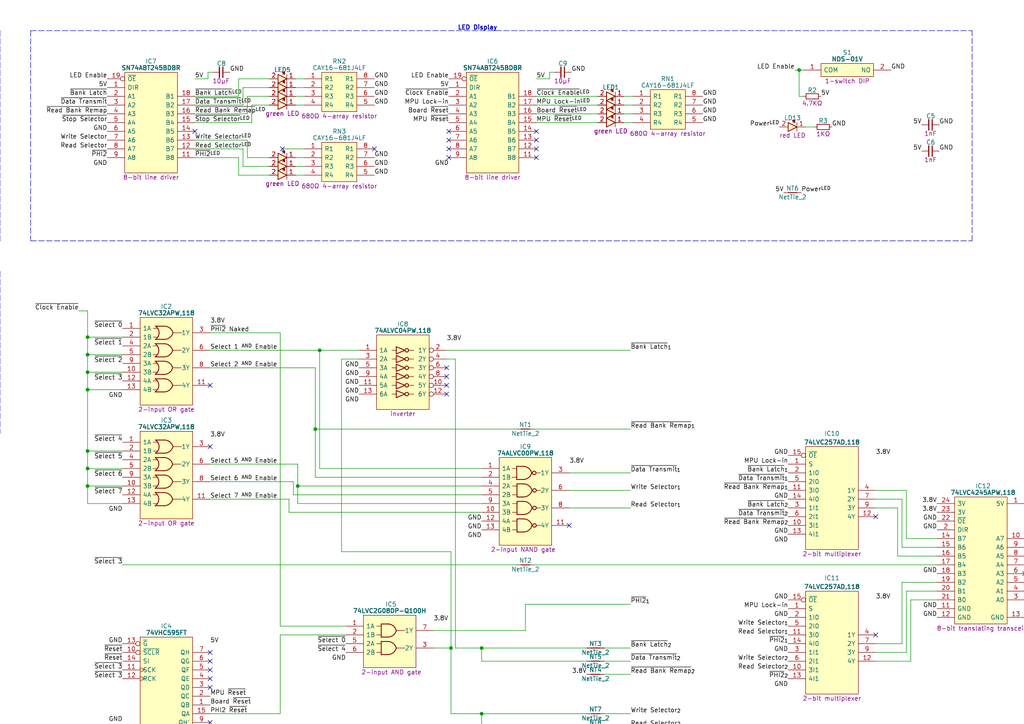
<source format=kicad_sch>
(kicad_sch (version 20211123) (generator eeschema)
  (paper "A4")
  (junction (at 25.4 102.87))
  (junction (at -53.34 111.76))
  (junction (at -66.04 34.29))
  (junction (at -17.78 36.83))
  (junction (at -12.7 111.76))
  (junction (at 91.44 124.46))
  (junction (at 139.7 187.96))
  (junction (at 139.7 210.82))
  (junction (at -17.78 49.53))
  (junction (at -66.04 44.45))
  (junction (at -66.04 66.04))
  (junction (at -53.34 87.63))
  (junction (at 25.4 130.81))
  (junction (at -17.78 41.91))
  (junction (at -66.04 41.91))
  (junction (at -66.04 39.37))
  (junction (at 25.4 135.89))
  (junction (at -66.04 49.53))
  (junction (at 139.7 207.01))
  (junction (at -17.78 34.29))
  (junction (at -17.78 29.21))
  (junction (at 231.775 20.32))
  (junction (at 130.81 187.96))
  (junction (at -66.04 29.21))
  (junction (at -17.78 39.37))
  (junction (at -17.78 46.99))
  (junction (at -66.04 31.75))
  (junction (at 25.4 97.79))
  (junction (at 92.71 101.6))
  (junction (at 25.4 140.97))
  (junction (at 25.4 107.95))
  (junction (at -66.04 46.99))
  (junction (at -17.78 44.45))
  (junction (at -66.04 26.67))
  (junction (at 86.36 140.97))
  (junction (at -66.04 36.83))
  (junction (at -66.04 63.5))
  (junction (at 25.4 113.03))
  (junction (at -17.78 31.75))
  (junction (at -12.7 87.63))
  (junction (at -66.04 52.07))
  (no_connect (at 60.96 209.55))
  (no_connect (at 60.96 189.23))
  (no_connect (at 60.96 194.31))
  (no_connect (at 60.96 191.77))
  (no_connect (at 60.96 196.85))
  (no_connect (at -72.39 17.78))
  (no_connect (at -11.43 17.78))
  (no_connect (at 297.18 166.37))
  (no_connect (at 330.2 171.45))
  (no_connect (at 309.88 171.45))
  (no_connect (at 254 184.15))
  (no_connect (at -17.78 63.5))
  (no_connect (at 108.585 43.18))
  (no_connect (at 81.915 43.18))
  (no_connect (at 56.515 38.1))
  (no_connect (at 155.575 45.72))
  (no_connect (at -17.78 17.78))
  (no_connect (at 155.575 43.18))
  (no_connect (at 60.96 111.76))
  (no_connect (at 165.1 152.4))
  (no_connect (at -66.04 17.78))
  (no_connect (at 254 149.86))
  (no_connect (at -66.04 54.61))
  (no_connect (at -72.39 54.61))
  (no_connect (at 60.96 129.54))
  (no_connect (at 155.575 40.64))
  (no_connect (at -11.43 63.5))
  (no_connect (at -11.43 52.07))
  (no_connect (at 130.175 38.1))
  (no_connect (at 130.175 40.64))
  (no_connect (at 130.175 43.18))
  (no_connect (at 130.175 45.72))
  (no_connect (at 155.575 38.1))
  (no_connect (at 60.96 199.39))
  (no_connect (at -25.4 116.84))
  (no_connect (at 129.54 106.68))
  (no_connect (at 129.54 109.22))
  (no_connect (at 129.54 111.76))
  (no_connect (at 129.54 114.3))
  (no_connect (at -17.78 52.07))
  (wire (pts (xy 139.7 187.96) (xy 170.18 187.96)))
  (wire (pts (xy -25.4 49.53) (xy -17.78 49.53)))
  (wire (pts (xy -17.78 44.45) (xy -25.4 44.45)))
  (wire (pts (xy 60.96 139.7) (xy 85.09 139.7)))
  (wire (pts (xy -58.42 41.91) (xy -66.04 41.91)))
  (wire (pts (xy -58.42 49.53) (xy -66.04 49.53)))
  (wire (pts (xy 297.18 171.45) (xy 306.07 171.45)))
  (wire (pts (xy 264.16 191.77) (xy 264.16 173.99)))
  (wire (pts (xy 155.575 27.94) (xy 173.355 27.94)))
  (wire (pts (xy 85.725 30.48) (xy 88.265 30.48)))
  (wire (pts (xy 60.96 96.52) (xy 81.28 96.52)))
  (wire (pts (xy 330.2 176.53) (xy 334.01 176.53)))
  (wire (pts (xy 91.44 124.46) (xy 91.44 138.43)))
  (wire (pts (xy 297.18 173.99) (xy 304.8 173.99)))
  (wire (pts (xy -66.04 46.99) (xy -72.39 46.99)))
  (wire (pts (xy -17.78 36.83) (xy -11.43 36.83)))
  (polyline (pts (xy 281.94 69.85) (xy 281.94 8.89)))
  (wire (pts (xy -27.94 87.63) (xy -12.7 87.63)))
  (polyline (pts (xy 0 78.74) (xy 0 125.73)))
  (wire (pts (xy 182.88 142.24) (xy 165.1 142.24)))
  (wire (pts (xy -66.04 49.53) (xy -72.39 49.53)))
  (wire (pts (xy 81.28 96.52) (xy 81.28 181.61)))
  (polyline (pts (xy 0 78.74) (xy -81.28 78.74)))
  (wire (pts (xy 69.215 27.94) (xy 56.515 27.94)))
  (wire (pts (xy 230.505 20.32) (xy 231.775 20.32)))
  (wire (pts (xy 182.88 137.16) (xy 165.1 137.16)))
  (wire (pts (xy 264.16 173.99) (xy 271.78 173.99)))
  (wire (pts (xy 85.725 48.26) (xy 88.265 48.26)))
  (wire (pts (xy 73.025 35.56) (xy 73.025 30.48)))
  (wire (pts (xy 71.755 33.02) (xy 56.515 33.02)))
  (wire (pts (xy -53.34 90.17) (xy -53.34 87.63)))
  (wire (pts (xy 69.215 22.86) (xy 69.215 27.94)))
  (wire (pts (xy 330.2 173.99) (xy 332.74 173.99)))
  (wire (pts (xy 86.36 140.97) (xy 139.7 140.97)))
  (wire (pts (xy -17.78 31.75) (xy -11.43 31.75)))
  (wire (pts (xy 335.28 173.99) (xy 339.09 173.99)))
  (wire (pts (xy -58.42 44.45) (xy -66.04 44.45)))
  (wire (pts (xy -66.04 66.04) (xy -47.625 66.04)))
  (polyline (pts (xy 8.89 8.89) (xy 281.94 8.89)))
  (wire (pts (xy 182.88 191.77) (xy 175.26 191.77)))
  (wire (pts (xy 69.215 50.8) (xy 78.105 50.8)))
  (wire (pts (xy 85.725 22.86) (xy 88.265 22.86)))
  (wire (pts (xy 297.18 168.91) (xy 307.34 168.91)))
  (polyline (pts (xy 0 8.89) (xy 0 69.85)))
  (wire (pts (xy 307.34 161.29) (xy 307.34 156.21)))
  (wire (pts (xy 182.88 195.58) (xy 175.26 195.58)))
  (wire (pts (xy 304.8 151.13) (xy 304.8 156.21)))
  (wire (pts (xy 260.35 161.29) (xy 271.78 161.29)))
  (wire (pts (xy 297.18 163.83) (xy 308.61 163.83)))
  (wire (pts (xy 60.96 101.6) (xy 92.71 101.6)))
  (wire (pts (xy 155.575 30.48) (xy 173.355 30.48)))
  (wire (pts (xy 170.18 210.82) (xy 139.7 210.82)))
  (wire (pts (xy -12.7 116.84) (xy -12.7 111.76)))
  (wire (pts (xy 25.4 135.89) (xy 35.56 135.89)))
  (wire (pts (xy 330.2 179.07) (xy 335.28 179.07)))
  (wire (pts (xy -66.04 44.45) (xy -72.39 44.45)))
  (wire (pts (xy 91.44 106.68) (xy 91.44 124.46)))
  (wire (pts (xy 70.485 43.18) (xy 70.485 48.26)))
  (wire (pts (xy 71.755 45.72) (xy 78.105 45.72)))
  (wire (pts (xy 331.47 163.83) (xy 339.09 163.83)))
  (wire (pts (xy 155.575 33.02) (xy 173.355 33.02)))
  (polyline (pts (xy -81.28 125.73) (xy -81.28 78.74)))
  (wire (pts (xy -12.7 87.63) (xy -12.7 92.71)))
  (wire (pts (xy -17.78 29.21) (xy -25.4 29.21)))
  (wire (pts (xy 330.2 156.21) (xy 332.74 156.21)))
  (wire (pts (xy 60.325 20.955) (xy 60.325 22.86)))
  (wire (pts (xy 306.07 153.67) (xy 309.88 153.67)))
  (wire (pts (xy 182.88 147.32) (xy 165.1 147.32)))
  (wire (pts (xy 332.74 168.91) (xy 339.09 168.91)))
  (wire (pts (xy 297.18 161.29) (xy 307.34 161.29)))
  (wire (pts (xy 85.09 143.51) (xy 139.7 143.51)))
  (wire (pts (xy 160.655 20.955) (xy 159.385 20.955)))
  (wire (pts (xy 78.105 25.4) (xy 70.485 25.4)))
  (wire (pts (xy -11.43 66.04) (xy -17.78 66.04)))
  (wire (pts (xy 132.08 187.96) (xy 139.7 187.96)))
  (wire (pts (xy 334.01 171.45) (xy 339.09 171.45)))
  (wire (pts (xy 152.4 175.26) (xy 182.88 175.26)))
  (wire (pts (xy 297.18 158.75) (xy 306.07 158.75)))
  (wire (pts (xy -68.58 87.63) (xy -53.34 87.63)))
  (polyline (pts (xy -81.28 8.89) (xy 0 8.89)))
  (wire (pts (xy 307.34 168.91) (xy 307.34 173.99)))
  (wire (pts (xy 81.28 184.15) (xy 100.33 184.15)))
  (wire (pts (xy 70.485 30.48) (xy 56.515 30.48)))
  (wire (pts (xy 130.81 160.02) (xy 130.81 187.96)))
  (wire (pts (xy -58.42 46.99) (xy -66.04 46.99)))
  (wire (pts (xy -66.04 31.75) (xy -72.39 31.75)))
  (wire (pts (xy -58.42 31.75) (xy -66.04 31.75)))
  (wire (pts (xy 25.4 113.03) (xy 25.4 130.81)))
  (wire (pts (xy 307.34 173.99) (xy 309.88 173.99)))
  (wire (pts (xy 25.4 102.87) (xy 25.4 107.95)))
  (wire (pts (xy 155.575 35.56) (xy 173.355 35.56)))
  (wire (pts (xy 83.82 148.59) (xy 139.7 148.59)))
  (wire (pts (xy 306.07 158.75) (xy 306.07 153.67)))
  (polyline (pts (xy 0 69.85) (xy -81.28 69.85)))
  (wire (pts (xy 130.81 187.96) (xy 125.73 187.96)))
  (wire (pts (xy -68.58 111.76) (xy -68.58 116.84)))
  (wire (pts (xy -72.39 66.04) (xy -66.04 66.04)))
  (wire (pts (xy -12.7 87.63) (xy -7.62 87.63)))
  (wire (pts (xy 170.18 191.77) (xy 139.7 191.77)))
  (wire (pts (xy 332.74 156.21) (xy 332.74 161.29)))
  (wire (pts (xy 261.62 168.91) (xy 271.78 168.91)))
  (wire (pts (xy 129.54 101.6) (xy 182.88 101.6)))
  (wire (pts (xy 306.07 171.45) (xy 306.07 176.53)))
  (wire (pts (xy 86.36 134.62) (xy 86.36 140.97)))
  (wire (pts (xy 85.725 50.8) (xy 88.265 50.8)))
  (wire (pts (xy 170.18 214.63) (xy 139.7 214.63)))
  (wire (pts (xy -58.42 52.07) (xy -66.04 52.07)))
  (wire (pts (xy -66.04 52.07) (xy -72.39 52.07)))
  (wire (pts (xy 81.915 43.18) (xy 88.265 43.18)))
  (wire (pts (xy 175.26 207.01) (xy 182.88 207.01)))
  (wire (pts (xy 233.045 27.94) (xy 231.775 27.94)))
  (wire (pts (xy 86.36 146.05) (xy 139.7 146.05)))
  (wire (pts (xy 335.28 151.13) (xy 335.28 156.21)))
  (wire (pts (xy 261.62 186.69) (xy 261.62 168.91)))
  (wire (pts (xy -72.39 15.24) (xy -66.04 15.24)))
  (wire (pts (xy 99.06 160.02) (xy 130.81 160.02)))
  (wire (pts (xy 304.8 179.07) (xy 304.8 173.99)))
  (wire (pts (xy 73.025 30.48) (xy 78.105 30.48)))
  (wire (pts (xy 261.62 158.75) (xy 271.78 158.75)))
  (wire (pts (xy -58.42 39.37) (xy -66.04 39.37)))
  (wire (pts (xy -17.78 34.29) (xy -25.4 34.29)))
  (wire (pts (xy 85.725 45.72) (xy 88.265 45.72)))
  (wire (pts (xy -66.04 39.37) (xy -72.39 39.37)))
  (wire (pts (xy -17.78 49.53) (xy -11.43 49.53)))
  (wire (pts (xy -72.39 63.5) (xy -66.04 63.5)))
  (wire (pts (xy -66.04 26.67) (xy -72.39 26.67)))
  (wire (pts (xy 262.89 156.21) (xy 271.78 156.21)))
  (wire (pts (xy 92.71 101.6) (xy 104.14 101.6)))
  (wire (pts (xy 25.4 130.81) (xy 35.56 130.81)))
  (wire (pts (xy 139.7 210.82) (xy 139.7 207.01)))
  (wire (pts (xy 25.4 140.97) (xy 25.4 146.05)))
  (wire (pts (xy -12.7 111.76) (xy -7.62 111.76)))
  (wire (pts (xy 331.47 158.75) (xy 331.47 163.83)))
  (wire (pts (xy -17.78 31.75) (xy -25.4 31.75)))
  (wire (pts (xy 60.96 207.01) (xy 81.28 207.01)))
  (wire (pts (xy 25.4 113.03) (xy 35.56 113.03)))
  (wire (pts (xy 35.56 163.83) (xy 149.86 163.83)))
  (wire (pts (xy 129.54 104.14) (xy 132.08 104.14)))
  (wire (pts (xy 175.26 187.96) (xy 182.88 187.96)))
  (wire (pts (xy 335.28 156.21) (xy 339.09 156.21)))
  (wire (pts (xy 25.4 107.95) (xy 25.4 113.03)))
  (wire (pts (xy 152.4 182.88) (xy 152.4 175.26)))
  (polyline (pts (xy -81.28 8.89) (xy -81.28 69.85)))
  (wire (pts (xy 85.09 139.7) (xy 85.09 143.51)))
  (wire (pts (xy -17.78 41.91) (xy -25.4 41.91)))
  (wire (pts (xy 307.34 156.21) (xy 309.88 156.21)))
  (wire (pts (xy 139.7 191.77) (xy 139.7 187.96)))
  (wire (pts (xy -17.78 44.45) (xy -11.43 44.45)))
  (wire (pts (xy 81.28 181.61) (xy 100.33 181.61)))
  (wire (pts (xy 254 142.24) (xy 262.89 142.24)))
  (wire (pts (xy -17.78 41.91) (xy -11.43 41.91)))
  (wire (pts (xy -58.42 29.21) (xy -66.04 29.21)))
  (wire (pts (xy -17.78 29.21) (xy -11.43 29.21)))
  (wire (pts (xy 104.14 104.14) (xy 99.06 104.14)))
  (wire (pts (xy 61.595 20.955) (xy 60.325 20.955)))
  (wire (pts (xy 70.485 48.26) (xy 78.105 48.26)))
  (wire (pts (xy 125.73 182.88) (xy 152.4 182.88)))
  (wire (pts (xy 308.61 158.75) (xy 309.88 158.75)))
  (wire (pts (xy -58.42 36.83) (xy -66.04 36.83)))
  (wire (pts (xy 78.105 22.86) (xy 69.215 22.86)))
  (wire (pts (xy 261.62 144.78) (xy 261.62 158.75)))
  (wire (pts (xy -25.4 111.76) (xy -12.7 111.76)))
  (wire (pts (xy -17.78 39.37) (xy -11.43 39.37)))
  (wire (pts (xy 25.4 102.87) (xy 35.56 102.87)))
  (wire (pts (xy 25.4 146.05) (xy 35.56 146.05)))
  (wire (pts (xy 330.2 153.67) (xy 334.01 153.67)))
  (wire (pts (xy -58.42 26.67) (xy -66.04 26.67)))
  (wire (pts (xy 85.725 25.4) (xy 88.265 25.4)))
  (wire (pts (xy 334.01 153.67) (xy 334.01 158.75)))
  (wire (pts (xy 180.975 33.02) (xy 183.515 33.02)))
  (wire (pts (xy 254 144.78) (xy 261.62 144.78)))
  (wire (pts (xy -17.78 34.29) (xy -11.43 34.29)))
  (wire (pts (xy 332.74 173.99) (xy 332.74 168.91)))
  (wire (pts (xy -66.04 41.91) (xy -72.39 41.91)))
  (wire (pts (xy 262.89 171.45) (xy 271.78 171.45)))
  (polyline (pts (xy 8.89 69.85) (xy 281.94 69.85)))
  (wire (pts (xy 25.4 90.17) (xy 25.4 97.79)))
  (wire (pts (xy -54.61 63.5) (xy -66.04 63.5)))
  (wire (pts (xy 306.07 176.53) (xy 309.88 176.53)))
  (wire (pts (xy -17.78 39.37) (xy -25.4 39.37)))
  (wire (pts (xy 56.515 40.64) (xy 71.755 40.64)))
  (wire (pts (xy -17.78 46.99) (xy -11.43 46.99)))
  (wire (pts (xy -66.04 29.21) (xy -72.39 29.21)))
  (wire (pts (xy 25.4 107.95) (xy 35.56 107.95)))
  (wire (pts (xy 132.08 104.14) (xy 132.08 187.96)))
  (wire (pts (xy 70.485 25.4) (xy 70.485 30.48)))
  (wire (pts (xy 332.74 161.29) (xy 339.09 161.29)))
  (wire (pts (xy 25.4 135.89) (xy 25.4 140.97)))
  (wire (pts (xy 78.105 27.94) (xy 71.755 27.94)))
  (wire (pts (xy 25.4 97.79) (xy 25.4 102.87)))
  (wire (pts (xy 139.7 135.89) (xy 92.71 135.89)))
  (wire (pts (xy 335.28 179.07) (xy 335.28 173.99)))
  (wire (pts (xy 330.2 158.75) (xy 331.47 158.75)))
  (wire (pts (xy 60.96 134.62) (xy 86.36 134.62)))
  (wire (pts (xy 231.775 20.32) (xy 233.045 20.32)))
  (wire (pts (xy 60.96 144.78) (xy 83.82 144.78)))
  (wire (pts (xy 231.775 27.94) (xy 231.775 20.32)))
  (wire (pts (xy 260.35 147.32) (xy 260.35 161.29)))
  (wire (pts (xy 154.94 124.46) (xy 182.88 124.46)))
  (wire (pts (xy 91.44 138.43) (xy 139.7 138.43)))
  (wire (pts (xy -17.78 36.83) (xy -25.4 36.83)))
  (wire (pts (xy 180.975 30.48) (xy 183.515 30.48)))
  (wire (pts (xy -58.42 34.29) (xy -66.04 34.29)))
  (wire (pts (xy 180.975 27.94) (xy 183.515 27.94)))
  (wire (pts (xy -66.04 36.83) (xy -72.39 36.83)))
  (wire (pts (xy 71.755 40.64) (xy 71.755 45.72)))
  (wire (pts (xy 85.725 27.94) (xy 88.265 27.94)))
  (wire (pts (xy 60.96 106.68) (xy 91.44 106.68)))
  (wire (pts (xy 254 191.77) (xy 264.16 191.77)))
  (wire (pts (xy 92.71 135.89) (xy 92.71 101.6)))
  (wire (pts (xy 309.88 179.07) (xy 304.8 179.07)))
  (wire (pts (xy 180.975 35.56) (xy 183.515 35.56)))
  (wire (pts (xy 99.06 104.14) (xy 99.06 160.02)))
  (wire (pts (xy 22.86 90.17) (xy 25.4 90.17)))
  (wire (pts (xy 330.2 151.13) (xy 335.28 151.13)))
  (wire (pts (xy 297.18 156.21) (xy 304.8 156.21)))
  (wire (pts (xy 71.755 27.94) (xy 71.755 33.02)))
  (wire (pts (xy 130.81 207.01) (xy 139.7 207.01)))
  (wire (pts (xy -17.78 46.99) (xy -25.4 46.99)))
  (wire (pts (xy 155.575 22.86) (xy 159.385 22.86)))
  (wire (pts (xy 56.515 45.72) (xy 69.215 45.72)))
  (wire (pts (xy 254 186.69) (xy 261.62 186.69)))
  (wire (pts (xy 233.68 36.83) (xy 236.22 36.83)))
  (wire (pts (xy 182.88 210.82) (xy 175.26 210.82)))
  (wire (pts (xy -68.58 111.76) (xy -53.34 111.76)))
  (wire (pts (xy 262.89 189.23) (xy 262.89 171.45)))
  (wire (pts (xy 182.88 214.63) (xy 175.26 214.63)))
  (wire (pts (xy 262.89 142.24) (xy 262.89 156.21)))
  (wire (pts (xy 25.4 140.97) (xy 35.56 140.97)))
  (wire (pts (xy 334.01 158.75) (xy 339.09 158.75)))
  (wire (pts (xy 154.94 163.83) (xy 271.78 163.83)))
  (wire (pts (xy -68.58 87.63) (xy -68.58 92.71)))
  (wire (pts (xy 254 189.23) (xy 262.89 189.23)))
  (wire (pts (xy 139.7 210.82) (xy 139.7 214.63)))
  (wire (pts (xy 139.7 207.01) (xy 170.18 207.01)))
  (wire (pts (xy 83.82 144.78) (xy 83.82 148.59)))
  (wire (pts (xy 91.44 124.46) (xy 149.86 124.46)))
  (wire (pts (xy 254 147.32) (xy 260.35 147.32)))
  (wire (pts (xy 56.515 35.56) (xy 73.025 35.56)))
  (wire (pts (xy 56.515 22.86) (xy 60.325 22.86)))
  (wire (pts (xy 25.4 130.81) (xy 25.4 135.89)))
  (wire (pts (xy 81.28 184.15) (xy 81.28 207.01)))
  (wire (pts (xy 69.215 45.72) (xy 69.215 50.8)))
  (wire (pts (xy 86.36 140.97) (xy 86.36 146.05)))
  (wire (pts (xy 25.4 97.79) (xy 35.56 97.79)))
  (wire (pts (xy 130.81 187.96) (xy 130.81 207.01)))
  (wire (pts (xy -11.43 15.24) (xy -17.78 15.24)))
  (wire (pts (xy 159.385 20.955) (xy 159.385 22.86)))
  (wire (pts (xy -66.04 34.29) (xy -72.39 34.29)))
  (wire (pts (xy -53.34 111.76) (xy -53.34 114.3)))
  (polyline (pts (xy 8.89 8.89) (xy 8.89 69.85)))
  (wire (pts (xy 308.61 163.83) (xy 308.61 158.75)))
  (wire (pts (xy 309.88 151.13) (xy 304.8 151.13)))
  (polyline (pts (xy 0 125.73) (xy -81.28 125.73)))
  (wire (pts (xy 56.515 43.18) (xy 70.485 43.18)))
  (wire (pts (xy 334.01 176.53) (xy 334.01 171.45)))
  (text "LED Display" (at 132.715 8.89 0) (effects (font (size 1.27 1.27) (thickness 0.254) bold) (justify left bottom)))
  (text "Power" (at -48.26 78.74 0) (effects (font (size 1.27 1.27) (thickness 0.254) bold) (justify left bottom)))
  (text "Connectors" (at -48.26 8.89 0) (effects (font (size 1.27 1.27) (thickness 0.254) bold) (justify left bottom)))
  (label "GND" (at -53.34 92.71 180))
  (label "~{Bank Latch}_{2}" (at 228.6 147.32 180))
  (label "3.8V" (at 364.49 167.64 180))
  (label "GND" (at 369.57 182.88 0))
  (label "~{PHI2}" (at 339.09 173.99 0))
  (label "GND" (at 108.585 50.8 0))
  (label "MPU Lock-in^{LED}" (at 155.575 30.48 0))
  (label "3.8V" (at 364.49 189.865 180))
  (label "~{Clock Enable}^{LED}" (at 155.575 27.94 0))
  (label "~{Data Transmit}_{2}" (at 182.88 191.77 0))
  (label "~{Select 5}" (at 35.56 133.35 180))
  (label "Select 2 ^{AND} Enable" (at 60.96 106.68 0))
  (label "GND" (at 228.6 157.48 180))
  (label "GND" (at 369.57 175.26 0))
  (label "MPU ~{Reset}" (at 130.175 35.56 180))
  (label "Power^{LED}" (at 232.41 55.88 0))
  (label "GND" (at -17.78 15.24 180))
  (label "~{Select 0}" (at 100.33 186.69 180))
  (label "~{Read Bank Remap}^{LED}" (at 56.515 33.02 0))
  (label "~{Bank Latch}" (at 31.115 27.94 180))
  (label "~{Data Transmit}" (at -25.4 31.75 180))
  (label "Write Selector" (at 31.115 40.64 180))
  (label "~{Stop Selector}^{LED}" (at 56.515 35.56 0))
  (label "~{Select 3}" (at 35.56 110.49 180))
  (label "3.8V" (at 254 132.08 0))
  (label "3.8V" (at 60.96 93.98 0))
  (label "GND" (at -17.78 66.04 180))
  (label "GND" (at 66.675 20.955 0))
  (label "~{Select 3}" (at 35.56 163.83 180))
  (label "Write Selector" (at -25.4 41.91 180))
  (label "~{Data Transmit}" (at 339.09 158.75 0))
  (label "5V" (at 56.515 22.86 0))
  (label "GND" (at 271.78 153.67 180))
  (label "GND" (at 271.78 179.07 180))
  (label "~{Clock Enable}" (at 22.86 90.17 180))
  (label "GND" (at 228.6 132.08 180))
  (label "~{Bank Latch}" (at 339.09 156.21 0))
  (label "GND" (at 139.7 156.21 180))
  (label "GND" (at 369.57 137.16 0))
  (label "GND" (at 203.835 27.94 0))
  (label "~{Data Transmit}^{LED}" (at 56.515 30.48 0))
  (label "5V" (at -7.62 87.63 0))
  (label "GND" (at 369.57 167.64 0))
  (label "GND" (at 104.14 114.3 180))
  (label "GND" (at 108.585 22.86 0))
  (label "5V" (at 155.575 22.86 0))
  (label "~{Bank Latch}" (at -25.4 29.21 180))
  (label "GND" (at 369.57 129.54 0))
  (label "Source 5V" (at -68.58 111.76 180))
  (label "~{Select 5}" (at -58.42 39.37 0))
  (label "3.8V" (at 364.49 182.88 180))
  (label "3.8V" (at 254 173.99 0))
  (label "GND" (at 35.56 115.57 180))
  (label "Source 5V" (at -66.04 63.5 0))
  (label "3.8V" (at 170.18 195.58 180))
  (label "Read Selector" (at 339.09 171.45 0))
  (label "GND" (at 139.7 151.13 180))
  (label "Read Selector" (at 31.115 43.18 180))
  (label "~{Data Transmit}_{1}" (at 228.6 139.7 180))
  (label "~{Read Bank Remap}_{1}" (at 228.6 142.24 180))
  (label "Select 5 ^{AND} Enable" (at 60.96 134.62 0))
  (label "Board ~{Reset}" (at 130.175 33.02 180))
  (label "Read Selector_{2}" (at 228.6 194.31 180))
  (label "GND" (at 272.415 43.815 0))
  (label "Write Selector_{1}" (at 182.88 142.24 0))
  (label "~{Clock Enable}" (at 130.175 27.94 180))
  (label "GND" (at 228.6 173.99 180))
  (label "~{Select 2}" (at -58.42 31.75 0))
  (label "~{Stop Selector}" (at 339.09 163.83 0))
  (label "GND" (at 369.57 160.02 0))
  (label "GND" (at 228.6 179.07 180))
  (label "5V" (at 130.175 25.4 180))
  (label "GND" (at 104.14 109.22 180))
  (label "~{Stop Selector}" (at -25.4 36.83 180))
  (label "~{Select 3}" (at 35.56 196.85 180))
  (label "3.8V" (at -7.62 111.76 0))
  (label "5V" (at 297.18 146.05 0))
  (label "~{Data Transmit}_{1}" (at 182.88 137.16 0))
  (label "GND" (at 203.835 33.02 0))
  (label "Select 6 ^{AND} Enable" (at 60.96 139.7 0))
  (label "Board ~{Reset}^{LED}" (at 155.575 33.02 0))
  (label "GND" (at 203.835 35.56 0))
  (label "PHI2 ~{Reset}" (at 60.96 207.01 0))
  (label "GND" (at 104.14 111.76 180))
  (label "GND" (at 104.14 106.68 180))
  (label "3.8V" (at 125.73 180.34 0))
  (label "~{Clock Enable}" (at -58.42 49.53 0))
  (label "~{Reset}" (at 35.56 191.77 180))
  (label "~{Bank Latch}_{1}" (at 182.88 101.6 0))
  (label "LED Enable" (at 31.115 22.86 180))
  (label "~{PHI2}_{2}" (at 228.6 196.85 180))
  (label "Write Selector" (at 339.09 168.91 0))
  (label "~{Read Bank Remap}_{2}" (at 228.6 152.4 180))
  (label "~{PHI2}_{1}" (at 228.6 186.69 180))
  (label "GND" (at -66.04 15.24 0))
  (label "GND" (at 35.56 209.55 180))
  (label "~{Reset}" (at 35.56 189.23 180))
  (label "GND" (at 272.415 36.195 0))
  (label "~{Select 6}" (at 35.56 138.43 180))
  (label "5V" (at 267.335 43.815 180))
  (label "~{Bank Latch}_{1}" (at 228.6 137.16 180))
  (label "GND" (at 203.835 30.48 0))
  (label "~{Read Bank Remap}" (at -25.4 34.29 180))
  (label "GND" (at -63.5 116.84 0))
  (label "~{PHI2}_{1}" (at 182.88 175.26 0))
  (label "GND" (at 108.585 48.26 0))
  (label "GND" (at -53.34 116.84 180))
  (label "GND" (at -65.405 66.04 0))
  (label "GND" (at 228.6 199.39 180))
  (label "Read Selector_{1}" (at 182.88 147.32 0))
  (label "MPU ~{Reset}" (at -25.4 39.37 180))
  (label "~{Select 6}" (at -58.42 41.91 0))
  (label "3.8V" (at 364.49 137.16 180))
  (label "GND" (at 104.14 116.84 180))
  (label "Select 1 ^{AND} Enable" (at 60.96 101.6 0))
  (label "3.8V" (at 364.49 144.78 180))
  (label "GND" (at 35.56 148.59 180))
  (label "~{Reset}" (at -58.42 52.07 0))
  (label "~{Read Bank Remap}" (at 339.09 161.29 0))
  (label "~{Select 4}" (at 100.33 189.23 180))
  (label "GND" (at 228.6 189.23 180))
  (label "GND" (at 271.78 166.37 180))
  (label "GND" (at 369.57 144.78 0))
  (label "5V" (at 364.49 129.54 180))
  (label "GND" (at -7.62 116.84 0))
  (label "5V" (at 364.49 121.92 180))
  (label "~{Read Bank Remap}_{1}" (at 182.88 124.46 0))
  (label "~{Select 3}" (at -58.42 34.29 0))
  (label "GND" (at 369.57 152.4 0))
  (label "~{PHI2}_{2}" (at 182.88 214.63 0))
  (label "~{Data Transmit}_{2}" (at 228.6 149.86 180))
  (label "GND" (at 369.57 189.865 0))
  (label "GND" (at 35.56 186.69 180))
  (label "~{Select 0}" (at -58.42 26.67 0))
  (label "~{Select 7}" (at 35.56 143.51 180))
  (label "GND" (at 241.3 36.83 0))
  (label "~{Select 1}" (at -58.42 29.21 0))
  (label "Write Selector_{2}" (at 182.88 207.01 0))
  (label "3.8V" (at 60.96 127 0))
  (label "~{PHI2} Naked" (at 60.96 96.52 0))
  (label "Source 5V" (at -68.58 87.63 180))
  (label "~{Bank Latch}_{2}" (at 182.88 187.96 0))
  (label "GND" (at 258.445 20.32 0))
  (label "~{Bank Latch}^{LED}" (at 56.515 27.94 0))
  (label "GND" (at 139.7 153.67 180))
  (label "GND" (at 100.33 191.77 180))
  (label "GND" (at 108.585 30.48 0))
  (label "GND" (at 271.78 176.53 180))
  (label "GND" (at 297.18 179.07 0))
  (label "3.8V" (at 364.49 152.4 180))
  (label "5V" (at 238.125 27.94 0))
  (label "~{Stop Selector}" (at 31.115 35.56 180))
  (label "GND" (at 108.585 25.4 0))
  (label "MPU Lock-in" (at 228.6 134.62 180))
  (label "GND" (at -63.5 92.71 0))
  (label "MPU Lock-in" (at -58.42 46.99 0))
  (label "~{PHI2}" (at 31.115 45.72 180))
  (label "~{PHI2}" (at -25.4 46.99 180))
  (label "Select 7 ^{AND} Enable" (at 60.96 144.78 0))
  (label "MPU ~{Reset}^{LED}" (at 155.575 35.56 0))
  (label "Read Selector_{1}" (at 228.6 184.15 180))
  (label "Write Selector_{1}" (at 228.6 181.61 180))
  (label "Write Selector_{2}" (at 228.6 191.77 180))
  (label "GND" (at 31.115 48.26 180))
  (label "GND" (at 228.6 144.78 180))
  (label "5V" (at 31.115 25.4 180))
  (label "MPU ~{Reset}" (at 60.96 201.93 0))
  (label "GND" (at 271.78 151.13 180))
  (label "3.8V" (at 129.54 99.06 0))
  (label "5V" (at 60.96 186.69 0))
  (label "Read Selector_{2}" (at 182.88 210.82 0))
  (label "3.8V" (at 364.49 160.02 180))
  (label "MPU Lock-in" (at 130.175 30.48 180))
  (label "~{Select 3}" (at 35.56 194.31 180))
  (label "~{Select 7}" (at -58.42 44.45 0))
  (label "Write Selector^{LED}" (at 56.515 40.64 0))
  (label "~{Read Bank Remap}_{2}" (at 182.88 195.58 0))
  (label "LED Enable" (at 130.175 22.86 180))
  (label "GND" (at -7.62 92.71 0))
  (label "GND" (at 130.175 48.26 180))
  (label "~{Select 1}" (at 35.56 100.33 180))
  (label "GND" (at 165.735 20.955 0))
  (label "Read Selector^{LED}" (at 56.515 43.18 0))
  (label "~{Read Bank Remap}" (at 31.115 33.02 180))
  (label "GND" (at 369.57 121.92 0))
  (label "~{Select 4}" (at -58.42 36.83 0))
  (label "~{Select 4}" (at 35.56 128.27 180))
  (label "5V" (at 267.335 36.195 180))
  (label "GND" (at 108.585 45.72 0))
  (label "Board ~{Reset}" (at -25.4 49.53 180))
  (label "~{Data Transmit}" (at 31.115 30.48 180))
  (label "~{Select 2}" (at 35.56 105.41 180))
  (label "Board ~{Reset}" (at 60.96 204.47 0))
  (label "Power^{LED}" (at 226.06 36.83 180))
  (label "GND" (at 228.6 154.94 180))
  (label "LED Enable" (at 230.505 20.32 180))
  (label "5V" (at 227.33 55.88 180))
  (label "MPU Lock-in" (at 228.6 176.53 180))
  (label "GND" (at 108.585 27.94 0))
  (label "3.8V" (at 271.78 146.05 180))
  (label "GND" (at 31.115 38.1 180))
  (label "~{PHI2}^{LED}" (at 56.515 45.72 0))
  (label "3.8V" (at 165.1 134.62 0))
  (label "3.8V" (at 271.78 148.59 180))
  (label "~{Select 0}" (at 35.56 95.25 180))
  (label "Read Selector" (at -25.4 44.45 180))
  (label "3.8V" (at 364.49 175.26 180))
  (symbol (lib_id "Device:NetTie_2") (at 229.87 55.88 0) (unit 1)
    (property "Reference" "NT6" (at 229.87 54.61 0))
    (property "Value" "NetTie_2" (at 229.87 57.15 0))
    (property "Footprint" "NetTie:NetTie-2_SMD_Pad0.5mm" (effects hide))
  )
  (symbol (lib_id "Wurth_Elektronik:150224VS73100A") (at 81.915 45.72 0) (mirror y) (unit 1)
    (property "Reference" "LD10" (effects hide))
    (property "Value" "150224VS73100A" (effects hide))
    (property "Footprint" "150224VS73100A" (effects hide))
    (property "Datasheet" "https://www.we-online.com/katalog/datasheet/150224VS73100A.pdf" (effects hide))
    (property "Description" "green LED" (effects hide))
    (property "Height" "1.41" (effects hide))
    (property "Manufacturer_Name" "Wurth Elektronik" (effects hide))
    (property "Manufacturer_Part_Number" "150224VS73100A" (effects hide))
    (property "Mouser Part Number" "710-150224VS73100A" (effects hide))
    (property "Mouser Price/Stock" "https://www.mouser.co.uk/ProductDetail/Wurth-Elektronik/150224VS73100A?qs=8Aam6%252B7C6HG2%2FfdOsQ%2FdNg%3D%3D" (effects hide))
    (property "Silkscreen" "grn" (effects hide))
  )
  (symbol (lib_id "Device:C_Small") (at 367.03 152.4 270) (unit 1)
    (property "Reference" "C13" (at 365.76 149.86 90) (effects (justify left)))
    (property "Value" "C_Small" (effects hide))
    (property "Footprint" "Capacitor_SMD:C_0805_2012Metric" (effects hide))
    (property "Description" "1nF" (at 367.03 154.94 90))
  )
  (symbol (lib_id "Device:NetTie_2") (at 172.72 214.63 0) (unit 1)
    (property "Reference" "NT9" (at 172.72 213.36 0))
    (property "Value" "NetTie_2" (at 172.72 215.9 0))
    (property "Footprint" "NetTie:NetTie-2_SMD_Pad0.5mm" (effects hide))
  )
  (symbol (lib_id "Nexperia:74LVC257AD,118") (at 228.6 132.08 0) (unit 1)
    (property "Reference" "IC10" (at 241.3 125.73 0))
    (property "Value" "74LVC257AD,118" (at 241.3 128.27 0) (effects (font bold)))
    (property "Footprint" "SOIC127P600X175-16N" (effects hide))
    (property "Datasheet" "https://assets.nexperia.com/documents/data-sheet/74LVC257A.pdf" (effects hide))
    (property "Description" "2-bit multiplexer" (at 241.3 160.655 0))
    (property "Height" "1.75" (effects hide))
    (property "Mouser Part Number" "771-LVC257AD118" (effects hide))
    (property "Mouser Price/Stock" "https://www.mouser.co.uk/ProductDetail/Nexperia/74LVC257AD118?qs=me8TqzrmIYUr2biQu7Ru%252Bw%3D%3D" (effects hide))
    (property "Manufacturer_Name" "Nexperia" (effects hide))
    (property "Manufacturer_Part_Number" "74LVC257AD,118" (effects hide))
  )
  (symbol (lib_id "Device:C_Small") (at -10.16 92.71 270) (unit 1)
    (property "Reference" "C4" (at -11.43 90.17 90) (effects (justify left)))
    (property "Value" "C_Small" (effects hide))
    (property "Footprint" "Capacitor_SMD:C_0805_2012Metric" (effects hide))
    (property "Description" "2.2µF" (at -10.16 95.25 90))
  )
  (symbol (lib_id "Device:C_Small") (at -66.04 92.71 270) (unit 1)
    (property "Reference" "C1" (at -67.31 90.17 90) (effects (justify left)))
    (property "Value" "C_Small" (effects hide))
    (property "Footprint" "Capacitor_SMD:C_0805_2012Metric" (effects hide))
    (property "Description" "1.0µF" (at -66.04 95.25 90))
  )
  (symbol (lib_id "Wurth_Elektronik:150224VS73100A") (at 177.165 27.94 0) (mirror y) (unit 1)
    (property "Reference" "LED1" (at 177.165 26.035 0) (effects (justify bottom)))
    (property "Value" "150224VS73100A" (effects hide))
    (property "Footprint" "150224VS73100A" (effects hide))
    (property "Datasheet" "https://www.we-online.com/katalog/datasheet/150224VS73100A.pdf" (effects hide))
    (property "Description" "green LED" (effects hide))
    (property "Height" "1.41" (effects hide))
    (property "Manufacturer_Name" "Wurth Elektronik" (effects hide))
    (property "Manufacturer_Part_Number" "150224VS73100A" (effects hide))
    (property "Mouser Part Number" "710-150224VS73100A" (effects hide))
    (property "Mouser Price/Stock" "https://www.mouser.co.uk/ProductDetail/Wurth-Elektronik/150224VS73100A?qs=8Aam6%252B7C6HG2%2FfdOsQ%2FdNg%3D%3D" (effects hide))
    (property "Silkscreen" "grn" (effects hide))
  )
  (symbol (lib_id "Device:NetTie_2") (at 152.4 124.46 0) (unit 1)
    (property "Reference" "NT1" (at 152.4 123.19 0))
    (property "Value" "NetTie_2" (at 152.4 125.73 0))
    (property "Footprint" "NetTie:NetTie-2_SMD_Pad0.5mm" (effects hide))
  )
  (symbol (lib_id "Connector:Conn_01x02_Male") (at -77.47 15.24 0) (unit 1)
    (property "Reference" "J1" (effects hide))
    (property "Value" "Conn_01x02_Male" (effects hide))
    (property "Footprint" "Connector_PinHeader_2.54mm:PinHeader_1x02_P2.54mm_Vertical" (effects hide))
  )
  (symbol (lib_id "Connector:Conn_01x02_Male") (at -6.35 66.04 180) (unit 1)
    (property "Reference" "J12" (effects hide))
    (property "Value" "Conn_01x02_Male" (effects hide))
    (property "Footprint" "Connector_PinHeader_2.54mm:PinHeader_1x02_P2.54mm_Vertical" (effects hide))
  )
  (symbol (lib_id "Nexperia:74ALVC04PW,118") (at 104.14 101.6 0) (unit 1)
    (property "Reference" "IC8" (at 116.84 93.98 0))
    (property "Value" "74ALVC04PW,118" (at 116.84 95.885 0) (effects (font bold)))
    (property "Footprint" "SOP65P640X110-14N" (effects hide))
    (property "Datasheet" "https://assets.nexperia.com/documents/data-sheet/74ALVC04.pdf" (effects hide))
    (property "Description" "inverter" (at 116.84 120.015 0))
    (property "Height" "1.1" (effects hide))
    (property "Manufacturer_Name" "Nexperia" (effects hide))
    (property "Manufacturer_Part_Number" "74ALVC04PW,118" (effects hide))
    (property "Mouser Part Number" "771-ALVC04PW118" (effects hide))
  )
  (symbol (lib_id "Bourns:CAY16-681J4LF") (at 183.515 27.94 0) (unit 1)
    (property "Reference" "RN1" (at 193.675 22.86 0))
    (property "Value" "CAY16-681J4LF" (at 193.675 24.765 0))
    (property "Footprint" "SamacSys_Parts:CAY16-J4" (effects hide))
    (property "Datasheet" "https://www.bourns.com/pdfs/CATCAY.pdf" (effects hide))
    (property "Description" "680Ω 4-array resistor" (at 193.675 38.735 0))
    (property "Manufacturer_Name" "Bourns" (effects hide))
    (property "Manufacturer_Part_Number" "CAY16-681J4LF" (effects hide))
    (property "Mouser Part Number" "652-CAY16-681J4LF" (effects hide))
    (property "Mouser Price/Stock" "https://www.mouser.co.uk/ProductDetail/Bourns/CAY16-472J4LF?qs=vjljXApjgZXDWSqaYW6%252BOA%3D%3D" (effects hide))
    (property "Silkscreen" "680Ω" (effects hide))
  )
  (symbol (lib_id "Connector:Conn_01x10_Male") (at -6.35 39.37 0) (mirror y) (unit 1)
    (property "Reference" "J11" (effects hide))
    (property "Value" "Conn_01x10_Male" (effects hide))
    (property "Footprint" "Connector_PinHeader_2.54mm:PinHeader_1x10_P2.54mm_Vertical" (effects hide))
  )
  (symbol (lib_id "Connector:Conn_01x12_Male") (at -71.12 39.37 0) (unit 1)
    (property "Reference" "J5" (at -71.12 24.13 0))
    (property "Value" "Conn_01x12_Male" (at -71.12 57.15 0))
    (property "Footprint" "Connector_PinHeader_2.54mm:PinHeader_1x12_P2.54mm_Vertical" (effects hide))
  )
  (symbol (lib_id "Toshiba:74VHC595FT") (at 35.56 186.69 0) (unit 1)
    (property "Reference" "IC4" (at 48.26 181.61 0))
    (property "Value" "74VHC595FT" (at 48.26 183.515 0) (effects (font bold)))
    (property "Footprint" "SOP65P640X120-16N" (effects hide))
    (property "Datasheet" "http://uk.rs-online.com/web/p/products/1713351" (effects hide))
    (property "Description" "8-bit shift-in register" (at 47.625 212.09 0))
    (property "Height" "1.2" (effects hide))
    (property "Manufacturer_Name" "Toshiba" (effects hide))
    (property "Manufacturer_Part_Number" "74VHC595FT" (effects hide))
    (property "Mouser Part Number" "757-74VHC595FT" (effects hide))
    (property "Mouser Price/Stock" "https://www.mouser.com/Search/Refine.aspx?Keyword=757-74VHC595FT" (effects hide))
    (property "Arrow Part Number" "74VHC595FT" (effects hide))
    (property "Arrow Price/Stock" "https://www.arrow.com/en/products/74vhc595ft/toshiba" (effects hide))
  )
  (symbol (lib_id "Connector:Conn_01x10_Male") (at -12.7 39.37 0) (mirror y) (unit 1)
    (property "Reference" "J8" (at -12.7 26.67 0))
    (property "Value" "Conn_01x10_Male" (at -12.7 54.61 0))
    (property "Footprint" "Connector_PinHeader_2.54mm:PinHeader_1x10_P2.54mm_Vertical" (effects hide))
  )
  (symbol (lib_id "Wurth_Elektronik:150224VS73100A") (at 81.915 25.4 0) (mirror y) (unit 1)
    (property "Reference" "LED6" (effects hide))
    (property "Value" "150224VS73100A" (effects hide))
    (property "Footprint" "150224VS73100A" (effects hide))
    (property "Datasheet" "https://www.we-online.com/katalog/datasheet/150224VS73100A.pdf" (effects hide))
    (property "Description" "green LED" (effects hide))
    (property "Height" "1.41" (effects hide))
    (property "Manufacturer_Name" "Wurth Elektronik" (effects hide))
    (property "Manufacturer_Part_Number" "150224VS73100A" (effects hide))
    (property "Mouser Part Number" "710-150224VS73100A" (effects hide))
    (property "Mouser Price/Stock" "https://www.mouser.co.uk/ProductDetail/Wurth-Elektronik/150224VS73100A?qs=8Aam6%252B7C6HG2%2FfdOsQ%2FdNg%3D%3D" (effects hide))
    (property "Silkscreen" "grn" (effects hide))
  )
  (symbol (lib_id "Device:C_Small") (at -66.04 116.84 270) (unit 1)
    (property "Reference" "C2" (at -67.31 114.3 90) (effects (justify left)))
    (property "Value" "C_Small" (effects hide))
    (property "Footprint" "Capacitor_SMD:C_0805_2012Metric" (effects hide))
    (property "Description" "1.0µF" (at -66.04 119.38 90))
  )
  (symbol (lib_id "Wurth_Elektronik:150224VS73100A") (at 81.915 30.48 0) (mirror y) (unit 1)
    (property "Reference" "LED8" (effects hide))
    (property "Value" "150224VS73100A" (effects hide))
    (property "Footprint" "150224VS73100A" (effects hide))
    (property "Datasheet" "https://www.we-online.com/katalog/datasheet/150224VS73100A.pdf" (effects hide))
    (property "Description" "green LED" (at 81.915 33.655 0) (effects (justify bottom)))
    (property "Height" "1.41" (effects hide))
    (property "Manufacturer_Name" "Wurth Elektronik" (effects hide))
    (property "Manufacturer_Part_Number" "150224VS73100A" (effects hide))
    (property "Mouser Part Number" "710-150224VS73100A" (effects hide))
    (property "Mouser Price/Stock" "https://www.mouser.co.uk/ProductDetail/Wurth-Elektronik/150224VS73100A?qs=8Aam6%252B7C6HG2%2FfdOsQ%2FdNg%3D%3D" (effects hide))
    (property "Silkscreen" "grn" (effects hide))
  )
  (symbol (lib_id "Nexperia:74LVC32APW,118") (at 35.56 128.27 0) (unit 1)
    (property "Reference" "IC3" (at 48.26 121.92 0))
    (property "Value" "74LVC32APW,118" (at 48.26 123.825 0) (effects (font bold)))
    (property "Footprint" "SOP65P640X110-14N" (effects hide))
    (property "Datasheet" "https://assets.nexperia.com/documents/data-sheet/74LVC32A.pdf" (effects hide))
    (property "Description" "2-input OR gate" (at 48.26 151.765 0))
    (property "Height" "1.1" (effects hide))
    (property "Manufacturer_Name" "Nexperia" (effects hide))
    (property "Manufacturer_Part_Number" "74LVC32APW,118" (effects hide))
    (property "Mouser Part Number" "771-74LVC32APW-T" (effects hide))
    (property "Mouser Price/Stock" "https://www.mouser.com/Search/Refine.aspx?Keyword=771-74LVC32APW-T" (effects hide))
    (property "Arrow Part Number" "74LVC32APW,118" (effects hide))
    (property "Arrow Price/Stock" "https://www.arrow.com/en/products/74lvc32apw118/nexperia" (effects hide))
  )
  (symbol (lib_id "Device:C_Small") (at 367.03 182.88 270) (unit 1)
    (property "Reference" "C17" (at 365.76 180.34 90) (effects (justify left)))
    (property "Value" "C_Small" (effects hide))
    (property "Footprint" "Capacitor_SMD:C_0805_2012Metric" (effects hide))
    (property "Description" "1nF" (at 367.03 185.42 90))
  )
  (symbol (lib_id "Connector:Conn_01x02_Male") (at -71.12 15.24 0) (unit 1)
    (property "Reference" "J4" (at -71.12 12.7 0))
    (property "Value" "Conn_01x02_Male" (at -71.12 20.32 0))
    (property "Footprint" "Connector_PinHeader_2.54mm:PinHeader_1x02_P2.54mm_Vertical" (effects hide))
  )
  (symbol (lib_id "Texas_Instruments:SN74ABT245BDBR") (at 31.115 22.86 0) (unit 1)
    (property "Reference" "IC7" (at 43.815 17.78 0))
    (property "Value" "SN74ABT245BDBR" (at 43.815 19.685 0) (effects (font bold)))
    (property "Footprint" "SOP65P780X200-20N" (effects hide))
    (property "Datasheet" "http://www.ti.com/lit/gpn/sn74abt245b" (effects hide))
    (property "Description" "8-bit line driver" (at 43.815 51.435 0))
    (property "Height" "2" (effects hide))
    (property "Manufacturer_Name" "Texas Instruments" (effects hide))
    (property "Manufacturer_Part_Number" "SN74ABT245BDBR" (effects hide))
    (property "Mouser Part Number" "595-SN74ABT245BDBR" (effects hide))
    (property "Mouser Price/Stock" "https://www.mouser.co.uk/ProductDetail/Texas-Instruments/SN74ABT245BDBR?qs=5nGYs9Do7G0kvriH65mtcg%3D%3D" (effects hide))
    (property "Arrow Part Number" "SN74ABT245BDBR" (effects hide))
    (property "Arrow Price/Stock" "https://www.arrow.com/en/products/sn74abt245bdbr/texas-instruments" (effects hide))
  )
  (symbol (lib_id "Nexperia:74LVC2G08DP-Q100H") (at 100.33 181.61 0) (unit 1)
    (property "Reference" "IC5" (at 111.76 175.26 0) (effects (justify left)))
    (property "Value" "74LVC2G08DP-Q100H" (at 113.03 177.165 0) (effects (font bold)))
    (property "Footprint" "SOP65P400X110-8N" (effects hide))
    (property "Datasheet" "https://assets.nexperia.com/documents/data-sheet/74LVC2G08_Q100.pdf" (effects hide))
    (property "Description" "2-input AND gate" (at 104.775 194.945 0) (effects (justify left)))
    (property "Height" "1.1" (effects hide))
    (property "Manufacturer_Name" "Nexperia" (effects hide))
    (property "Manufacturer_Part_Number" "74LVC2G08DP-Q100H" (effects hide))
    (property "Mouser Part Number" "771-74LVC2G08DPQ100H" (effects hide))
    (property "Mouser Price/Stock" "https://www.mouser.co.uk/ProductDetail/Nexperia/74LVC2G08DP-Q100H?qs=fi7yB2oewZnJ07IC2YGuEQ%3D%3D" (effects hide))
    (property "Arrow Part Number" "74LVC2G08DP-Q100H" (effects hide))
    (property "Arrow Price/Stock" "https://www.arrow.com/en/products/74lvc2g08dp-q100h/nexperia?region=nac" (effects hide))
  )
  (symbol (lib_id "ON_Semiconductor:FAN2558S38X") (at -53.34 111.76 0) (unit 1)
    (property "Reference" "IC1" (at -39.37 106.68 0))
    (property "Value" "FAN2558S38X" (at -39.37 108.585 0) (effects (font bold)))
    (property "Footprint" "SOT95P270X145-5N" (effects hide))
    (property "Datasheet" "https://www.mouser.co.za/datasheet/2/308/1/FAN2558_D-2311565.pdf" (effects hide))
    (property "Description" "3.8V LDO regulator" (at -39.37 120.015 0))
    (property "Height" "1.45" (effects hide))
    (property "Manufacturer_Name" "Aptina / ON Semiconductor" (effects hide))
    (property "Manufacturer_Part_Number" "FAN2558S38X" (effects hide))
    (property "Mouser Part Number" "512-FAN2558S38X" (effects hide))
    (property "Mouser Price/Stock" "https://www.mouser.co.uk/ProductDetail/onsemi-Fairchild/FAN2558S38X?qs=2v2%252BE2uCx3nNodI42eTMtA%3D%3D" (effects hide))
    (property "Silkscreen" "FAN2558S" (effects hide))
  )
  (symbol (lib_id "Wurth_Elektronik:150224SS73100") (at 229.87 36.83 0) (mirror y) (unit 1)
    (property "Reference" "LD13" (at 229.87 34.925 0) (effects (justify bottom)))
    (property "Value" "150224SS73100" (effects hide))
    (property "Footprint" "SamacSys_Parts:150224SS73100A" (effects hide))
    (property "Datasheet" "http://www.farnell.com/datasheets/2301711.pdf" (effects hide))
    (property "Description" "red LED" (at 229.87 40.005 0) (effects (justify bottom)))
    (property "Height" "1.31" (effects hide))
    (property "Manufacturer_Name" "Wurth Elektronik" (effects hide))
    (property "Manufacturer_Part_Number" "150224SS73100" (effects hide))
    (property "Mouser Part Number" "710-150224SS73100" (effects hide))
    (property "Mouser Price/Stock" "https://www.mouser.co.uk/ProductDetail/Wurth-Elektronik/150224SS73100?qs=5aG0NVq1C4xYrTr%2FIVl59g%3D%3D" (effects hide))
    (property "Silkscreen" "red" (effects hide))
  )
  (symbol (lib_id "Device:C_Small") (at 367.03 160.02 270) (unit 1)
    (property "Reference" "C14" (at 365.76 157.48 90) (effects (justify left)))
    (property "Value" "C_Small" (effects hide))
    (property "Footprint" "Capacitor_SMD:C_0805_2012Metric" (effects hide))
    (property "Description" "1nF" (at 367.03 162.56 90))
  )
  (symbol (lib_id "Device:C_Small") (at 367.03 144.78 270) (unit 1)
    (property "Reference" "C12" (at 365.76 142.24 90) (effects (justify left)))
    (property "Value" "C_Small" (effects hide))
    (property "Footprint" "Capacitor_SMD:C_0805_2012Metric" (effects hide))
    (property "Description" "1nF" (at 367.03 147.32 90))
  )
  (symbol (lib_id "Apem:NDS-01V") (at 233.045 20.32 0) (unit 1)
    (property "Reference" "S1" (at 245.745 15.24 0))
    (property "Value" "NDS-01V" (at 245.745 17.145 0) (effects (font bold)))
    (property "Footprint" "NDS01V" (effects hide))
    (property "Datasheet" "http://www.dip.com.tw/en/en-product-information/en-switch002/item/2370-nds-r" (effects hide))
    (property "Description" "1-switch DIP" (at 245.745 23.495 0))
    (property "Height" "7.05" (effects hide))
    (property "Mouser Part Number" "113-NDS01V" (effects hide))
    (property "Mouser Price/Stock" "https://www.mouser.co.uk/ProductDetail/Diptronics/NDS-01V?qs=MLItCLRbWsybtV%2FSbz3VEA%3D%3D" (effects hide))
    (property "Manufacturer_Name" "Diptronics" (effects hide))
    (property "Manufacturer_Part_Number" "NDS-01V" (effects hide))
  )
  (symbol (lib_id "Wurth_Elektronik:150224VS73100A") (at 81.915 50.8 0) (mirror y) (unit 1)
    (property "Reference" "LD12" (effects hide))
    (property "Value" "150224VS73100A" (effects hide))
    (property "Footprint" "150224VS73100A" (effects hide))
    (property "Datasheet" "https://www.we-online.com/katalog/datasheet/150224VS73100A.pdf" (effects hide))
    (property "Description" "green LED" (at 81.915 53.975 0) (effects (justify bottom)))
    (property "Height" "1.41" (effects hide))
    (property "Manufacturer_Name" "Wurth Elektronik" (effects hide))
    (property "Manufacturer_Part_Number" "150224VS73100A" (effects hide))
    (property "Mouser Part Number" "710-150224VS73100A" (effects hide))
    (property "Mouser Price/Stock" "https://www.mouser.co.uk/ProductDetail/Wurth-Elektronik/150224VS73100A?qs=8Aam6%252B7C6HG2%2FfdOsQ%2FdNg%3D%3D" (effects hide))
    (property "Silkscreen" "grn" (effects hide))
  )
  (symbol (lib_id "Microchip:MCP1802T-5002I_OT") (at -53.34 87.63 0) (unit 1)
    (property "Reference" "IC13" (at -40.005 82.55 0))
    (property "Value" "MCP1802T-5002I_OT" (at -40.005 84.455 0) (effects (font bold)))
    (property "Footprint" "SOT95P270X145-5N" (effects hide))
    (property "Datasheet" "http://ww1.microchip.com/downloads/en/DeviceDoc/22053C.pdf" (effects hide))
    (property "Description" "5.0V LDO regulator" (at -40.64 95.885 0))
    (property "Height" "1.45" (effects hide))
    (property "Manufacturer_Name" "Microchip" (effects hide))
    (property "Manufacturer_Part_Number" "MCP1802T-5002I/OT" (effects hide))
    (property "Mouser Part Number" "579-MCP1802T-5002IOT" (effects hide))
    (property "Mouser Price/Stock" "https://www.mouser.co.uk/ProductDetail/Microchip-Technology/MCP1802T-5002I-OT?qs=aE5D7Pt6ky0Y5Ywtpqsmzw%3D%3D" (effects hide))
    (property "Silkscreen" "MCP1802" (effects hide))
  )
  (symbol (lib_id "Bourns:CAY16-470J4LF") (at 309.88 171.45 0) (unit 1)
    (property "Reference" "RN6" (at 320.04 166.37 0))
    (property "Value" "CAY16-470J4LF" (at 320.04 168.275 0))
    (property "Footprint" "CAY16470J4LF" (effects hide))
    (property "Datasheet" "https://www.bourns.com/pdfs/CATCAY.pdf" (effects hide))
    (property "Description" "47Ω 4-array resistor" (at 320.04 182.245 0))
    (property "Height" "0.6" (effects hide))
    (property "Manufacturer_Name" "Bourns" (effects hide))
    (property "Manufacturer_Part_Number" "CAY16-470J4LF" (effects hide))
    (property "Mouser Part Number" "652-CAY16-470J4LF" (effects hide))
    (property "Mouser Price/Stock" "https://www.mouser.co.uk/ProductDetail/Bourns/CAY16-470J4LF?qs=qTIqTK87QiXUF9QNWUvo2Q%3D%3D" (effects hide))
    (property "Arrow Part Number" "CAY16-470J4LF" (effects hide))
    (property "Arrow Price/Stock" "https://www.arrow.com/en/products/cay16-470j4lf/bourns" (effects hide))
    (property "Silkscreen" "47Ω" (effects hide))
  )
  (symbol (lib_id "Device:NetTie_2") (at 172.72 187.96 0) (unit 1)
    (property "Reference" "NT3" (at 172.72 186.69 0))
    (property "Value" "NetTie_2" (at 172.72 189.23 0))
    (property "Footprint" "NetTie:NetTie-2_SMD_Pad0.5mm" (effects hide))
  )
  (symbol (lib_id "Bourns:CAY16-470J4LF") (at 309.88 151.13 0) (unit 1)
    (property "Reference" "RN5" (at 320.04 146.05 0))
    (property "Value" "CAY16-470J4LF" (at 320.04 147.955 0))
    (property "Footprint" "CAY16470J4LF" (effects hide))
    (property "Datasheet" "https://www.bourns.com/pdfs/CATCAY.pdf" (effects hide))
    (property "Description" "47Ω 4-array resistor" (at 320.04 161.925 0))
    (property "Height" "0.6" (effects hide))
    (property "Manufacturer_Name" "Bourns" (effects hide))
    (property "Manufacturer_Part_Number" "CAY16-470J4LF" (effects hide))
    (property "Mouser Part Number" "652-CAY16-470J4LF" (effects hide))
    (property "Mouser Price/Stock" "https://www.mouser.co.uk/ProductDetail/Bourns/CAY16-470J4LF?qs=qTIqTK87QiXUF9QNWUvo2Q%3D%3D" (effects hide))
    (property "Arrow Part Number" "CAY16-470J4LF" (effects hide))
    (property "Arrow Price/Stock" "https://www.arrow.com/en/products/cay16-470j4lf/bourns" (effects hide))
    (property "Silkscreen" "47Ω" (effects hide))
  )
  (symbol (lib_id "power:PWR_FLAG") (at -54.61 63.5 0) (unit 1)
    (property "Reference" "#FLG0101" (effects hide))
    (property "Value" "PWR_FLAG" (at -54.61 59.69 0))
  )
  (symbol (lib_id "Connector:Conn_01x02_Male") (at -6.35 15.24 0) (mirror y) (unit 1)
    (property "Reference" "J10" (effects hide))
    (property "Value" "Conn_01x02_Male" (effects hide))
    (property "Footprint" "Connector_PinHeader_2.54mm:PinHeader_1x02_P2.54mm_Vertical" (effects hide))
  )
  (symbol (lib_id "Connector:Conn_01x02_Male") (at -12.7 66.04 180) (unit 1)
    (property "Reference" "J9" (at -12.7 60.96 0))
    (property "Value" "Conn_01x02_Male" (at -12.7 67.31 0))
    (property "Footprint" "Connector_PinHeader_2.54mm:PinHeader_1x02_P2.54mm_Vertical" (effects hide))
  )
  (symbol (lib_id "Device:C_Small") (at 367.03 189.865 270) (unit 1)
    (property "Reference" "C18" (at 365.76 187.325 90) (effects (justify left)))
    (property "Value" "C_Small" (effects hide))
    (property "Footprint" "Capacitor_SMD:C_0805_2012Metric" (effects hide))
    (property "Description" "1nF" (at 367.03 192.405 90))
  )
  (symbol (lib_id "Bourns:CAY16-681J4LF") (at 88.265 43.18 0) (unit 1)
    (property "Reference" "RN3" (at 98.425 38.1 0))
    (property "Value" "CAY16-681J4LF" (at 98.425 40.005 0))
    (property "Footprint" "SamacSys_Parts:CAY16-J4" (effects hide))
    (property "Datasheet" "https://www.bourns.com/pdfs/CATCAY.pdf" (effects hide))
    (property "Description" "680Ω 4-array resistor" (at 98.425 53.975 0))
    (property "Manufacturer_Name" "Bourns" (effects hide))
    (property "Manufacturer_Part_Number" "CAY16-681J4LF" (effects hide))
    (property "Mouser Part Number" "652-CAY16-681J4LF" (effects hide))
    (property "Mouser Price/Stock" "https://www.mouser.co.uk/ProductDetail/Bourns/CAY16-472J4LF?qs=vjljXApjgZXDWSqaYW6%252BOA%3D%3D" (effects hide))
    (property "Silkscreen" "680Ω" (effects hide))
  )
  (symbol (lib_name "74LVC257AD,118_1") (lib_id "Nexperia:74LVC257AD,118") (at 228.6 173.99 0) (unit 1)
    (property "Reference" "IC11" (at 241.3 167.64 0))
    (property "Value" "74LVC257AD,118" (at 241.3 170.18 0) (effects (font bold)))
    (property "Footprint" "SOIC127P600X175-16N" (effects hide))
    (property "Datasheet" "https://assets.nexperia.com/documents/data-sheet/74LVC257A.pdf" (effects hide))
    (property "Description" "2-bit multiplexer" (at 241.3 202.565 0))
    (property "Height" "1.75" (effects hide))
    (property "Mouser Part Number" "771-LVC257AD118" (effects hide))
    (property "Mouser Price/Stock" "https://www.mouser.co.uk/ProductDetail/Nexperia/74LVC257AD118?qs=me8TqzrmIYUr2biQu7Ru%252Bw%3D%3D" (effects hide))
    (property "Manufacturer_Name" "Nexperia" (effects hide))
    (property "Manufacturer_Part_Number" "74LVC257AD,118" (effects hide))
  )
  (symbol (lib_id "Device:C_Small") (at 269.875 43.815 270) (unit 1)
    (property "Reference" "C6" (at 268.605 41.275 90) (effects (justify left)))
    (property "Value" "C_Small" (effects hide))
    (property "Footprint" "Capacitor_SMD:C_0805_2012Metric" (effects hide))
    (property "Description" "1nF" (at 269.875 46.355 90))
  )
  (symbol (lib_id "Device:NetTie_2") (at 172.72 207.01 0) (unit 1)
    (property "Reference" "NT7" (at 172.72 205.74 0))
    (property "Value" "NetTie_2" (at 172.72 208.28 0))
    (property "Footprint" "NetTie:NetTie-2_SMD_Pad0.5mm" (effects hide))
  )
  (symbol (lib_id "Connector:Conn_01x02_Male") (at -71.12 66.04 0) (mirror x) (unit 1)
    (property "Reference" "J6" (at -71.12 60.96 0))
    (property "Value" "Conn_01x02_Male" (at -71.12 67.31 0))
    (property "Footprint" "Connector_PinHeader_2.54mm:PinHeader_1x02_P2.54mm_Vertical" (effects hide))
  )
  (symbol (lib_id "Connector:Conn_01x12_Male") (at -77.47 39.37 0) (unit 1)
    (property "Reference" "J2" (effects hide))
    (property "Value" "Conn_01x12_Male" (effects hide))
    (property "Footprint" "Connector_PinHeader_2.54mm:PinHeader_1x12_P2.54mm_Vertical" (effects hide))
  )
  (symbol (lib_id "Device:C_Small") (at 367.03 129.54 270) (unit 1)
    (property "Reference" "C10" (at 365.76 127 90) (effects (justify left)))
    (property "Value" "C_Small" (effects hide))
    (property "Footprint" "Capacitor_SMD:C_0805_2012Metric" (effects hide))
    (property "Description" "1nF" (at 367.03 132.08 90))
  )
  (symbol (lib_id "HCP65:R_0805") (at 236.22 36.83 0) (unit 1)
    (property "Reference" "R3" (at 238.76 35.052 0))
    (property "Value" "R_0805" (effects hide))
    (property "Footprint" "SamacSys_Parts:R_0805" (effects hide))
    (property "Description" "1KΩ" (at 238.76 38.862 0))
  )
  (symbol (lib_id "Bourns:CAY16-681J4LF") (at 88.265 22.86 0) (unit 1)
    (property "Reference" "RN2" (at 98.425 17.78 0))
    (property "Value" "CAY16-681J4LF" (at 98.425 19.685 0))
    (property "Footprint" "SamacSys_Parts:CAY16-J4" (effects hide))
    (property "Datasheet" "https://www.bourns.com/pdfs/CATCAY.pdf" (effects hide))
    (property "Description" "680Ω 4-array resistor" (at 98.425 33.655 0))
    (property "Manufacturer_Name" "Bourns" (effects hide))
    (property "Manufacturer_Part_Number" "CAY16-681J4LF" (effects hide))
    (property "Mouser Part Number" "652-CAY16-681J4LF" (effects hide))
    (property "Mouser Price/Stock" "https://www.mouser.co.uk/ProductDetail/Bourns/CAY16-472J4LF?qs=vjljXApjgZXDWSqaYW6%252BOA%3D%3D" (effects hide))
    (property "Silkscreen" "680Ω" (effects hide))
  )
  (symbol (lib_id "Nexperia:74LVC32APW,118") (at 35.56 95.25 0) (unit 1)
    (property "Reference" "IC2" (at 48.26 88.9 0))
    (property "Value" "74LVC32APW,118" (at 48.26 90.805 0) (effects (font bold)))
    (property "Footprint" "SOP65P640X110-14N" (effects hide))
    (property "Datasheet" "https://assets.nexperia.com/documents/data-sheet/74LVC32A.pdf" (effects hide))
    (property "Description" "2-input OR gate" (at 48.26 118.745 0))
    (property "Height" "1.1" (effects hide))
    (property "Manufacturer_Name" "Nexperia" (effects hide))
    (property "Manufacturer_Part_Number" "74LVC32APW,118" (effects hide))
    (property "Mouser Part Number" "771-74LVC32APW-T" (effects hide))
    (property "Mouser Price/Stock" "https://www.mouser.com/Search/Refine.aspx?Keyword=771-74LVC32APW-T" (effects hide))
    (property "Arrow Part Number" "74LVC32APW,118" (effects hide))
    (property "Arrow Price/Stock" "https://www.arrow.com/en/products/74lvc32apw118/nexperia" (effects hide))
  )
  (symbol (lib_id "Wurth_Elektronik:150224VS73100A") (at 81.915 27.94 0) (mirror y) (unit 1)
    (property "Reference" "LED7" (effects hide))
    (property "Value" "150224VS73100A" (effects hide))
    (property "Footprint" "150224VS73100A" (effects hide))
    (property "Datasheet" "https://www.we-online.com/katalog/datasheet/150224VS73100A.pdf" (effects hide))
    (property "Description" "green LED" (effects hide))
    (property "Height" "1.41" (effects hide))
    (property "Manufacturer_Name" "Wurth Elektronik" (effects hide))
    (property "Manufacturer_Part_Number" "150224VS73100A" (effects hide))
    (property "Mouser Part Number" "710-150224VS73100A" (effects hide))
    (property "Mouser Price/Stock" "https://www.mouser.co.uk/ProductDetail/Wurth-Elektronik/150224VS73100A?qs=8Aam6%252B7C6HG2%2FfdOsQ%2FdNg%3D%3D" (effects hide))
    (property "Silkscreen" "grn" (effects hide))
  )
  (symbol (lib_id "HCP65:R_0805") (at 233.045 27.94 0) (unit 1)
    (property "Reference" "R2" (at 235.585 26.162 0))
    (property "Value" "R_0805" (effects hide))
    (property "Footprint" "SamacSys_Parts:R_0805" (effects hide))
    (property "Description" "4.7KΩ" (at 235.585 29.972 0))
  )
  (symbol (lib_id "Texas_Instruments:SN74ABT245BDBR") (at 130.175 22.86 0) (unit 1)
    (property "Reference" "IC6" (at 142.875 17.78 0))
    (property "Value" "SN74ABT245BDBR" (at 142.875 19.685 0) (effects (font bold)))
    (property "Footprint" "SOP65P780X200-20N" (effects hide))
    (property "Datasheet" "http://www.ti.com/lit/gpn/sn74abt245b" (effects hide))
    (property "Description" "8-bit line driver" (at 142.875 51.435 0))
    (property "Height" "2" (effects hide))
    (property "Manufacturer_Name" "Texas Instruments" (effects hide))
    (property "Manufacturer_Part_Number" "SN74ABT245BDBR" (effects hide))
    (property "Mouser Part Number" "595-SN74ABT245BDBR" (effects hide))
    (property "Mouser Price/Stock" "https://www.mouser.co.uk/ProductDetail/Texas-Instruments/SN74ABT245BDBR?qs=5nGYs9Do7G0kvriH65mtcg%3D%3D" (effects hide))
    (property "Arrow Part Number" "SN74ABT245BDBR" (effects hide))
    (property "Arrow Price/Stock" "https://www.arrow.com/en/products/sn74abt245bdbr/texas-instruments" (effects hide))
  )
  (symbol (lib_id "Device:C_Small") (at 367.03 175.26 270) (unit 1)
    (property "Reference" "C16" (at 365.76 172.72 90) (effects (justify left)))
    (property "Value" "C_Small" (effects hide))
    (property "Footprint" "Capacitor_SMD:C_0805_2012Metric" (effects hide))
    (property "Description" "1nF" (at 367.03 177.8 90))
  )
  (symbol (lib_id "Wurth_Elektronik:150224VS73100A") (at 81.915 22.86 0) (mirror y) (unit 1)
    (property "Reference" "LED5" (at 81.915 20.955 0) (effects (justify bottom)))
    (property "Value" "150224VS73100A" (effects hide))
    (property "Footprint" "150224VS73100A" (effects hide))
    (property "Datasheet" "https://www.we-online.com/katalog/datasheet/150224VS73100A.pdf" (effects hide))
    (property "Description" "green LED" (effects hide))
    (property "Height" "1.41" (effects hide))
    (property "Manufacturer_Name" "Wurth Elektronik" (effects hide))
    (property "Manufacturer_Part_Number" "150224VS73100A" (effects hide))
    (property "Mouser Part Number" "710-150224VS73100A" (effects hide))
    (property "Mouser Price/Stock" "https://www.mouser.co.uk/ProductDetail/Wurth-Elektronik/150224VS73100A?qs=8Aam6%252B7C6HG2%2FfdOsQ%2FdNg%3D%3D" (effects hide))
    (property "Silkscreen" "grn" (effects hide))
  )
  (symbol (lib_id "Device:C_Small") (at -10.16 116.84 270) (unit 1)
    (property "Reference" "C7" (at -11.43 114.3 90) (effects (justify left)))
    (property "Value" "C_Small" (effects hide))
    (property "Footprint" "Capacitor_SMD:C_0805_2012Metric" (effects hide))
    (property "Description" "2.2µF" (at -10.16 119.38 90))
  )
  (symbol (lib_id "Nexperia:74LVC4245APW,118") (at 271.78 146.05 0) (unit 1)
    (property "Reference" "IC12" (at 285.115 140.97 0))
    (property "Value" "74LVC4245APW,118" (at 285.115 142.875 0) (effects (font bold)))
    (property "Footprint" "SOP65P640X110-24N" (effects hide))
    (property "Datasheet" "https://assets.nexperia.com/documents/data-sheet/74LVC4245A.pdf" (effects hide))
    (property "Description" "8-bit translating transceiver" (at 285.75 182.245 0))
    (property "Height" "1.1" (effects hide))
    (property "Mouser Part Number" "771-74LVC4245APW-T" (effects hide))
    (property "Mouser Price/Stock" "https://www.mouser.co.uk/ProductDetail/Nexperia/74LVC4245APW118?qs=me8TqzrmIYXtBCPNCA6vcg%3D%3D" (effects hide))
    (property "Manufacturer_Name" "Nexperia" (effects hide))
    (property "Manufacturer_Part_Number" "74LVC4245APW,118" (effects hide))
  )
  (symbol (lib_id "Device:NetTie_2") (at 172.72 191.77 0) (unit 1)
    (property "Reference" "NT5" (at 172.72 190.5 0))
    (property "Value" "NetTie_2" (at 172.72 193.04 0))
    (property "Footprint" "NetTie:NetTie-2_SMD_Pad0.5mm" (effects hide))
  )
  (symbol (lib_id "Device:C_Small") (at 367.03 121.92 270) (unit 1)
    (property "Reference" "C19" (at 365.76 119.38 90) (effects (justify left)))
    (property "Value" "C_Small" (effects hide))
    (property "Footprint" "Capacitor_SMD:C_0805_2012Metric" (effects hide))
    (property "Description" "1nF" (at 367.03 124.46 90))
  )
  (symbol (lib_id "Connector:Conn_01x02_Male") (at -12.7 15.24 0) (mirror y) (unit 1)
    (property "Reference" "J7" (at -12.7 12.7 0))
    (property "Value" "Conn_01x02_Male" (at -12.7 20.32 0))
    (property "Footprint" "Connector_PinHeader_2.54mm:PinHeader_1x02_P2.54mm_Vertical" (effects hide))
  )
  (symbol (lib_id "Wurth_Elektronik:150224VS73100A") (at 177.165 35.56 0) (mirror y) (unit 1)
    (property "Reference" "LED4" (effects hide))
    (property "Value" "150224VS73100A" (effects hide))
    (property "Footprint" "150224VS73100A" (effects hide))
    (property "Datasheet" "https://www.we-online.com/katalog/datasheet/150224VS73100A.pdf" (effects hide))
    (property "Description" "green LED" (at 177.165 38.735 0) (effects (justify bottom)))
    (property "Height" "1.41" (effects hide))
    (property "Manufacturer_Name" "Wurth Elektronik" (effects hide))
    (property "Manufacturer_Part_Number" "150224VS73100A" (effects hide))
    (property "Mouser Part Number" "710-150224VS73100A" (effects hide))
    (property "Mouser Price/Stock" "https://www.mouser.co.uk/ProductDetail/Wurth-Elektronik/150224VS73100A?qs=8Aam6%252B7C6HG2%2FfdOsQ%2FdNg%3D%3D" (effects hide))
    (property "Silkscreen" "grn" (effects hide))
  )
  (symbol (lib_id "Device:C_Small") (at 269.875 36.195 270) (unit 1)
    (property "Reference" "C5" (at 268.605 33.655 90) (effects (justify left)))
    (property "Value" "C_Small" (effects hide))
    (property "Footprint" "Capacitor_SMD:C_0805_2012Metric" (effects hide))
    (property "Description" "1nF" (at 269.875 38.735 90))
  )
  (symbol (lib_id "Wurth_Elektronik:150224VS73100A") (at 177.165 33.02 0) (mirror y) (unit 1)
    (property "Reference" "LED3" (effects hide))
    (property "Value" "150224VS73100A" (effects hide))
    (property "Footprint" "150224VS73100A" (effects hide))
    (property "Datasheet" "https://www.we-online.com/katalog/datasheet/150224VS73100A.pdf" (effects hide))
    (property "Description" "green LED" (effects hide))
    (property "Height" "1.41" (effects hide))
    (property "Manufacturer_Name" "Wurth Elektronik" (effects hide))
    (property "Manufacturer_Part_Number" "150224VS73100A" (effects hide))
    (property "Mouser Part Number" "710-150224VS73100A" (effects hide))
    (property "Mouser Price/Stock" "https://www.mouser.co.uk/ProductDetail/Wurth-Elektronik/150224VS73100A?qs=8Aam6%252B7C6HG2%2FfdOsQ%2FdNg%3D%3D" (effects hide))
    (property "Silkscreen" "grn" (effects hide))
  )
  (symbol (lib_id "Wurth_Elektronik:150224VS73100A") (at 177.165 30.48 0) (mirror y) (unit 1)
    (property "Reference" "LED2" (effects hide))
    (property "Value" "150224VS73100A" (effects hide))
    (property "Footprint" "150224VS73100A" (effects hide))
    (property "Datasheet" "https://www.we-online.com/katalog/datasheet/150224VS73100A.pdf" (effects hide))
    (property "Description" "green LED" (effects hide))
    (property "Height" "1.41" (effects hide))
    (property "Manufacturer_Name" "Wurth Elektronik" (effects hide))
    (property "Manufacturer_Part_Number" "150224VS73100A" (effects hide))
    (property "Mouser Part Number" "710-150224VS73100A" (effects hide))
    (property "Mouser Price/Stock" "https://www.mouser.co.uk/ProductDetail/Wurth-Elektronik/150224VS73100A?qs=8Aam6%252B7C6HG2%2FfdOsQ%2FdNg%3D%3D" (effects hide))
    (property "Silkscreen" "grn" (effects hide))
  )
  (symbol (lib_id "Device:NetTie_2") (at 152.4 163.83 0) (unit 1)
    (property "Reference" "NT2" (at 152.4 162.56 0))
    (property "Value" "NetTie_2" (at 152.4 165.1 0))
    (property "Footprint" "NetTie:NetTie-2_SMD_Pad0.5mm" (effects hide))
  )
  (symbol (lib_id "Device:C_Small") (at 163.195 20.955 270) (unit 1)
    (property "Reference" "C9" (at 161.925 18.415 90) (effects (justify left)))
    (property "Value" "C_Small" (effects hide))
    (property "Footprint" "Capacitor_SMD:C_0805_2012Metric" (effects hide))
    (property "Description" "10µF" (at 163.195 23.495 90))
  )
  (symbol (lib_id "Device:C_Small") (at 367.03 167.64 270) (unit 1)
    (property "Reference" "C15" (at 365.76 165.1 90) (effects (justify left)))
    (property "Value" "C_Small" (effects hide))
    (property "Footprint" "Capacitor_SMD:C_0805_2012Metric" (effects hide))
    (property "Description" "1nF" (at 367.03 170.18 90))
  )
  (symbol (lib_id "Nexperia:74ALVC00PW,118") (at 139.7 135.89 0) (unit 1)
    (property "Reference" "IC9" (at 152.4 129.54 0))
    (property "Value" "74ALVC00PW,118" (at 152.4 131.445 0) (effects (font bold)))
    (property "Footprint" "SOP65P640X110-14N" (effects hide))
    (property "Datasheet" "https://assets.nexperia.com/documents/data-sheet/74ALVC00.pdf" (effects hide))
    (property "Description" "2-input NAND gate" (at 151.765 159.385 0))
    (property "Height" "1.1" (effects hide))
    (property "Mouser Part Number" "771-ALVC00PW118" (effects hide))
    (property "Mouser Price/Stock" "https://www.mouser.co.uk/ProductDetail/Nexperia/74ALVC00PW118?qs=P62ublwmbi8qQbo2XtK7yw%3D%3D" (effects hide))
    (property "Manufacturer_Name" "Nexperia" (effects hide))
    (property "Manufacturer_Part_Number" "74ALVC00PW,118" (effects hide))
  )
  (symbol (lib_id "Device:C_Small") (at 64.135 20.955 270) (unit 1)
    (property "Reference" "C8" (at 62.865 18.415 90) (effects (justify left)))
    (property "Value" "C_Small" (effects hide))
    (property "Footprint" "Capacitor_SMD:C_0805_2012Metric" (effects hide))
    (property "Description" "10µF" (at 64.135 23.495 90))
  )
  (symbol (lib_id "Device:NetTie_2") (at 172.72 195.58 0) (unit 1)
    (property "Reference" "NT4" (at 172.72 194.31 0))
    (property "Value" "NetTie_2" (at 172.72 196.85 0))
    (property "Footprint" "NetTie:NetTie-2_SMD_Pad0.5mm" (effects hide))
  )
  (symbol (lib_id "Device:NetTie_2") (at 172.72 210.82 0) (unit 1)
    (property "Reference" "NT8" (at 172.72 209.55 0))
    (property "Value" "NetTie_2" (at 172.72 212.09 0))
    (property "Footprint" "NetTie:NetTie-2_SMD_Pad0.5mm" (effects hide))
  )
  (symbol (lib_id "Device:C_Small") (at 367.03 137.16 270) (unit 1)
    (property "Reference" "C11" (at 365.76 134.62 90) (effects (justify left)))
    (property "Value" "C_Small" (effects hide))
    (property "Footprint" "Capacitor_SMD:C_0805_2012Metric" (effects hide))
    (property "Description" "1nF" (at 367.03 139.7 90))
  )
  (symbol (lib_id "Connector:Conn_01x02_Male") (at -77.47 66.04 0) (mirror x) (unit 1)
    (property "Reference" "J3" (effects hide))
    (property "Value" "Conn_01x02_Male" (effects hide))
    (property "Footprint" "Connector_PinHeader_2.54mm:PinHeader_1x02_P2.54mm_Vertical" (effects hide))
  )
  (symbol (lib_id "power:PWR_FLAG") (at -47.625 66.04 0) (unit 1)
    (property "Reference" "#FLG0102" (effects hide))
    (property "Value" "PWR_FLAG" (at -47.625 62.23 0))
  )
  (symbol (lib_id "Wurth_Elektronik:150224VS73100A") (at 81.915 48.26 0) (mirror y) (unit 1)
    (property "Reference" "LD11" (effects hide))
    (property "Value" "150224VS73100A" (effects hide))
    (property "Footprint" "150224VS73100A" (effects hide))
    (property "Datasheet" "https://www.we-online.com/katalog/datasheet/150224VS73100A.pdf" (effects hide))
    (property "Description" "green LED" (effects hide))
    (property "Height" "1.41" (effects hide))
    (property "Manufacturer_Name" "Wurth Elektronik" (effects hide))
    (property "Manufacturer_Part_Number" "150224VS73100A" (effects hide))
    (property "Mouser Part Number" "710-150224VS73100A" (effects hide))
    (property "Mouser Price/Stock" "https://www.mouser.co.uk/ProductDetail/Wurth-Elektronik/150224VS73100A?qs=8Aam6%252B7C6HG2%2FfdOsQ%2FdNg%3D%3D" (effects hide))
    (property "Silkscreen" "grn" (effects hide))
  )
)
</source>
